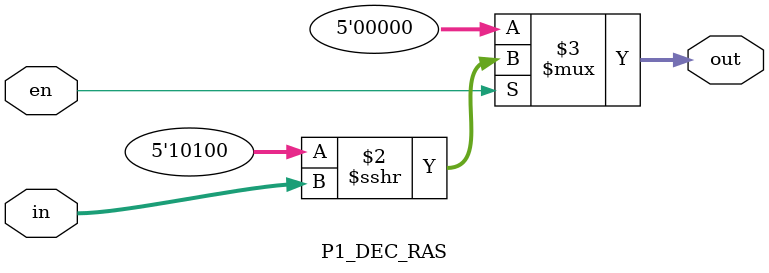
<source format=v>
module P1_DEC_LLS(
    output      [4:0]   out,
    input       [2:0]   in,
    input               en
);

    assign  out = (en == 1'b1) ? (5'b10100 << in) : 5'd0;

endmodule

module P1_DEC_RLS(
    output      [4:0]   out,
    input       [2:0]   in,
    input               en
);

    assign  out = (en == 1'b1) ? (5'b10100 >> in) : 5'd0;

endmodule

module P1_DEC_LAS(
    output signed     [4:0]   out,
    input       [2:0]   in,
    input               en
);

    assign  out = (en == 1'b1) ? (5'b10100 <<< in) : 5'd0;

endmodule

module P1_DEC_RAS(
    output signed     [4:0]   out,
    input       [2:0]   in,
    input               en
);

    assign  out = (en == 1'b1) ? (5'b10100 >>> in) : 5'd0;

endmodule
</source>
